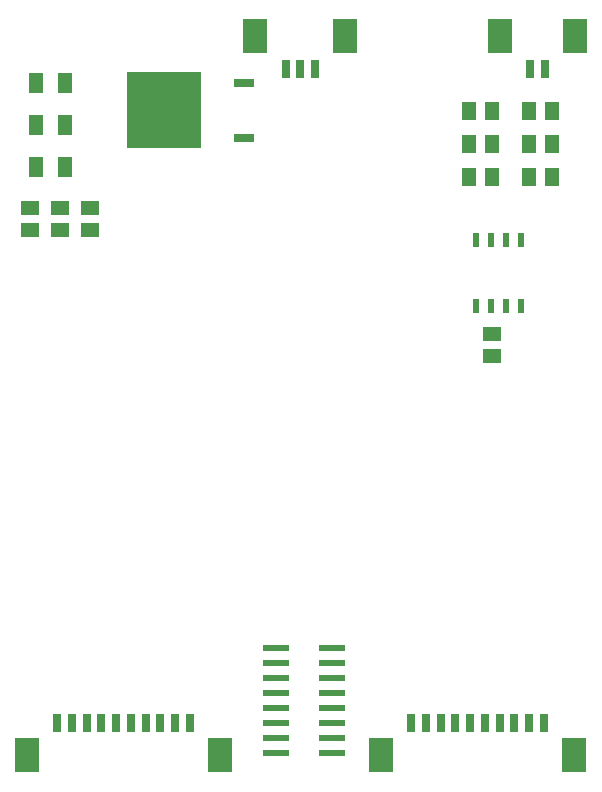
<source format=gbr>
G04 EAGLE Gerber RS-274X export*
G75*
%MOMM*%
%FSLAX34Y34*%
%LPD*%
%INSolderpaste Bottom*%
%IPPOS*%
%AMOC8*
5,1,8,0,0,1.08239X$1,22.5*%
G01*
%ADD10R,1.500000X1.300000*%
%ADD11R,1.300000X1.500000*%
%ADD12R,0.800000X1.600000*%
%ADD13R,2.100000X3.000000*%
%ADD14R,0.600000X1.200000*%
%ADD15R,1.701800X0.711200*%
%ADD16R,6.223000X6.553200*%
%ADD17R,1.270000X1.700000*%
%ADD18R,2.184400X0.558800*%


D10*
X416560Y382880D03*
X416560Y363880D03*
D11*
X447700Y571500D03*
X466700Y571500D03*
X447700Y543560D03*
X466700Y543560D03*
D12*
X448410Y607060D03*
X460910Y607060D03*
D13*
X422810Y634560D03*
X486510Y634560D03*
D11*
X466700Y515620D03*
X447700Y515620D03*
X415900Y571500D03*
X396900Y571500D03*
X415900Y543560D03*
X396900Y543560D03*
X415900Y515620D03*
X396900Y515620D03*
D14*
X440690Y406340D03*
X427990Y406340D03*
X415290Y406340D03*
X402590Y406340D03*
X402590Y462340D03*
X415290Y462340D03*
X427990Y462340D03*
X440690Y462340D03*
D12*
X160390Y53340D03*
X147890Y53340D03*
X135390Y53340D03*
X122890Y53340D03*
X110390Y53340D03*
X97890Y53340D03*
X85390Y53340D03*
X72890Y53340D03*
X60390Y53340D03*
X47890Y53340D03*
D13*
X185990Y25840D03*
X22290Y25840D03*
D12*
X460110Y53340D03*
X447610Y53340D03*
X435110Y53340D03*
X422610Y53340D03*
X410110Y53340D03*
X397610Y53340D03*
X385110Y53340D03*
X372610Y53340D03*
X360110Y53340D03*
X347610Y53340D03*
D13*
X485710Y25840D03*
X322010Y25840D03*
D12*
X241500Y607060D03*
X254000Y607060D03*
X266500Y607060D03*
D13*
X215900Y634560D03*
X292100Y634560D03*
D15*
X205966Y594871D03*
D16*
X138402Y571871D03*
D15*
X205966Y548871D03*
D10*
X76200Y489560D03*
X76200Y470560D03*
X50800Y489560D03*
X50800Y470560D03*
X25400Y489560D03*
X25400Y470560D03*
D17*
X54420Y594740D03*
X30420Y594740D03*
X54420Y559180D03*
X30420Y559180D03*
X54420Y523620D03*
X30420Y523620D03*
D18*
X233421Y28031D03*
X233421Y40731D03*
X233421Y53431D03*
X233421Y66131D03*
X233421Y78831D03*
X233421Y91531D03*
X233421Y104231D03*
X233421Y116931D03*
X280665Y116931D03*
X280665Y104231D03*
X280665Y91531D03*
X280665Y78831D03*
X280665Y66131D03*
X280665Y53431D03*
X280665Y40731D03*
X280665Y28031D03*
M02*

</source>
